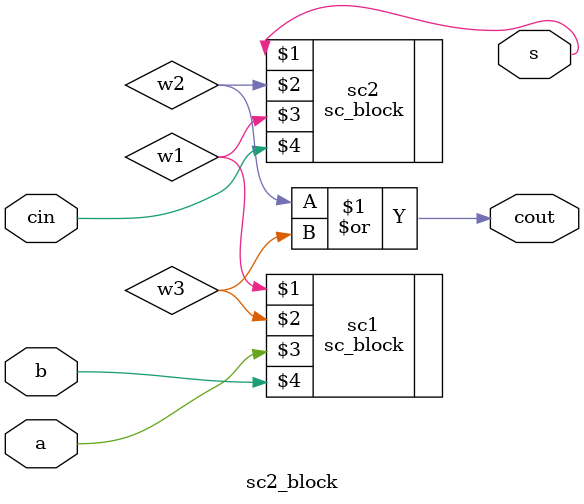
<source format=v>

module sc2_block(s, cout, a, b, cin);
  output s, cout;
  input a, b, cin;
  wire w1, w2, w3;

  sc_block sc1(w1, w3, a, b);
  sc_block sc2(s, w2, w1, cin);
  or o1(cout, w2, w3);

endmodule // sc2_block

</source>
